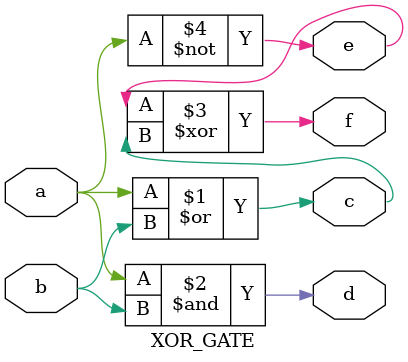
<source format=v>
module XOR_GATE (output  c, d, e, f, input a, b);


or  (c, a,b);
and (d, a,b);
not (e,   a);
xor (f, e,c);

endmodule
</source>
